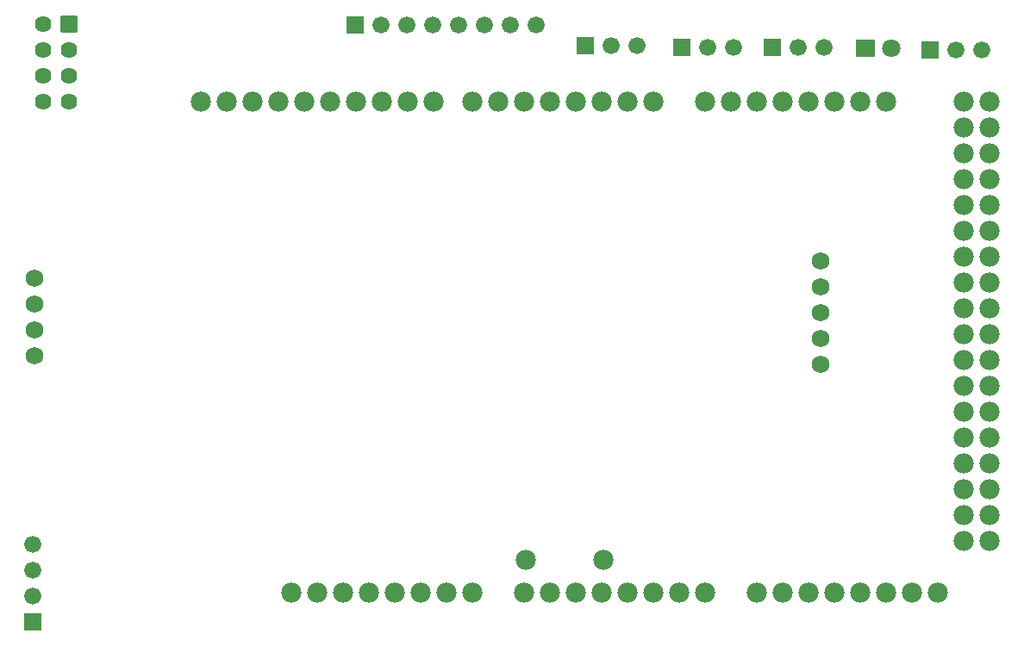
<source format=gbs>
G04 Layer: BottomSolderMaskLayer*
G04 EasyEDA v6.5.50, 2025-05-10 22:03:40*
G04 3dfc61e0309445a68604fa7064afe25b,ba9dcde3079f4f00b3cbb53a4f6625ee,10*
G04 Gerber Generator version 0.2*
G04 Scale: 100 percent, Rotated: No, Reflected: No *
G04 Dimensions in millimeters *
G04 leading zeros omitted , absolute positions ,4 integer and 5 decimal *
%FSLAX45Y45*%
%MOMM*%

%AMMACRO1*4,1,8,-0.8085,-0.8382,-0.8382,-0.8084,-0.8382,0.8085,-0.8085,0.8382,0.8084,0.8382,0.8382,0.8085,0.8382,-0.8084,0.8084,-0.8382,-0.8085,-0.8382,0*%
%AMMACRO2*4,1,8,-0.7827,-0.812,-0.812,-0.7827,-0.812,0.7827,-0.7827,0.812,0.7827,0.812,0.812,0.7827,0.812,-0.7827,0.7827,-0.812,-0.7827,-0.812,0*%
%AMMACRO3*4,1,8,-0.8711,-0.8382,-0.9008,-0.8084,-0.9008,0.8085,-0.8711,0.8382,0.871,0.8382,0.9008,0.8085,0.9008,-0.8084,0.871,-0.8382,-0.8711,-0.8382,0*%
%ADD10C,1.9812*%
%ADD11C,1.7272*%
%ADD12MACRO1*%
%ADD13C,1.6764*%
%ADD14C,1.6240*%
%ADD15MACRO2*%
%ADD16MACRO3*%
%ADD17C,1.8016*%
%ADD18C,1.9812*%
%ADD19C,1.7516*%
%ADD20C,0.0186*%

%LPD*%
D10*
G01*
X5778500Y1866900D03*
G01*
X6032500Y1866900D03*
G01*
X6286500Y1866900D03*
G01*
X6540500Y1866900D03*
G01*
X6794500Y1866900D03*
G01*
X7048500Y1866900D03*
G01*
X7302500Y1866900D03*
G01*
X7556500Y1866900D03*
G01*
X7810500Y1866900D03*
G01*
X8064500Y1866900D03*
G01*
X8445500Y1866900D03*
G01*
X8699500Y1866900D03*
G01*
X8953500Y1866900D03*
G01*
X9207500Y1866900D03*
G01*
X9461500Y1866900D03*
G01*
X9715500Y1866900D03*
G01*
X9969500Y1866900D03*
G01*
X10223500Y1866900D03*
G01*
X10731500Y1866900D03*
G01*
X10985500Y1866900D03*
G01*
X11239500Y1866900D03*
G01*
X11493500Y1866900D03*
G01*
X11747500Y1866900D03*
G01*
X12001500Y1866900D03*
G01*
X12255500Y1866900D03*
G01*
X12509500Y1866900D03*
G01*
X13525500Y1866900D03*
G01*
X13271500Y1866900D03*
G01*
X13525500Y1612900D03*
G01*
X13525500Y1358900D03*
G01*
X13271500Y1612900D03*
G01*
X13271500Y1358900D03*
G01*
X13271500Y1104900D03*
G01*
X13525500Y1104900D03*
G01*
X13525500Y850900D03*
G01*
X13271500Y850900D03*
G01*
X13271500Y596900D03*
G01*
X13525500Y596900D03*
G01*
X13271500Y342900D03*
G01*
X13525500Y342900D03*
G01*
X13271500Y88900D03*
G01*
X13525500Y88900D03*
G01*
X13271500Y-165100D03*
G01*
X13525500Y-165100D03*
G01*
X13271500Y-419100D03*
G01*
X13525500Y-419100D03*
G01*
X13271500Y-673100D03*
G01*
X13525500Y-673100D03*
G01*
X13525500Y-927100D03*
G01*
X13271500Y-927100D03*
G01*
X13271500Y-1181100D03*
G01*
X13525500Y-1181100D03*
G01*
X13525500Y-1435100D03*
G01*
X13271500Y-1435100D03*
G01*
X13271500Y-1689100D03*
G01*
X13525500Y-1689100D03*
G01*
X13525500Y-1943100D03*
G01*
X13271500Y-1943100D03*
G01*
X13271500Y-2197100D03*
G01*
X13525500Y-2197100D03*
G01*
X13525500Y-2451100D03*
G01*
X13271500Y-2451100D03*
G01*
X13017500Y-2959100D03*
G01*
X12763500Y-2959100D03*
G01*
X12509500Y-2959100D03*
G01*
X12255500Y-2959100D03*
G01*
X12001500Y-2959100D03*
G01*
X11747500Y-2959100D03*
G01*
X11493500Y-2959100D03*
G01*
X11239500Y-2959100D03*
G01*
X10731500Y-2959100D03*
G01*
X10477500Y-2959100D03*
G01*
X10223500Y-2959100D03*
G01*
X9969500Y-2959100D03*
G01*
X9715500Y-2959100D03*
G01*
X9461500Y-2959100D03*
G01*
X9207500Y-2959100D03*
G01*
X8953500Y-2959100D03*
G01*
X8445500Y-2959100D03*
G01*
X8191500Y-2959100D03*
G01*
X7937500Y-2959100D03*
G01*
X7683500Y-2959100D03*
G01*
X7429500Y-2959100D03*
G01*
X7175500Y-2959100D03*
G01*
X6921500Y-2959100D03*
G01*
X6667500Y-2959100D03*
D11*
G01*
X12509500Y1866900D03*
D12*
G01*
X7289800Y2616200D03*
D13*
G01*
X7543800Y2616200D03*
G01*
X7797800Y2616200D03*
G01*
X8051800Y2616200D03*
G01*
X8305800Y2616200D03*
G01*
X8559800Y2616200D03*
G01*
X8813800Y2616200D03*
G01*
X9067800Y2616200D03*
G01*
X10058400Y2413000D03*
G01*
X9804400Y2413000D03*
D12*
G01*
X9550400Y2413000D03*
D13*
G01*
X11010900Y2400300D03*
G01*
X10756900Y2400300D03*
D12*
G01*
X10502900Y2400300D03*
D13*
G01*
X11899900Y2400300D03*
G01*
X11645900Y2400300D03*
D12*
G01*
X11391900Y2400300D03*
D14*
G01*
X4229100Y1866900D03*
G01*
X4483100Y1866900D03*
G01*
X4229100Y2120900D03*
G01*
X4483100Y2120900D03*
G01*
X4229100Y2374900D03*
G01*
X4483100Y2374900D03*
G01*
X4229100Y2628900D03*
D15*
G01*
X4483096Y2628896D03*
D11*
G01*
X11867895Y299999D03*
G01*
X11867895Y45999D03*
G01*
X11867895Y-208000D03*
G01*
X11867895Y-462000D03*
G01*
X11867895Y-716000D03*
D16*
G01*
X12306301Y2387600D03*
D17*
G01*
X12560300Y2387600D03*
D18*
G01*
X8966200Y-2641600D03*
G01*
X9728200Y-2641600D03*
D12*
G01*
X4127500Y-3251200D03*
D13*
G01*
X4127500Y-2997200D03*
G01*
X4127500Y-2743200D03*
G01*
X4127500Y-2489200D03*
G01*
X13449300Y2374900D03*
G01*
X13195300Y2374900D03*
D12*
G01*
X12941300Y2374900D03*
D19*
G01*
X4140072Y130987D03*
G01*
X4140072Y-123012D03*
G01*
X4140072Y-377012D03*
G01*
X4140327Y-631012D03*
M02*

</source>
